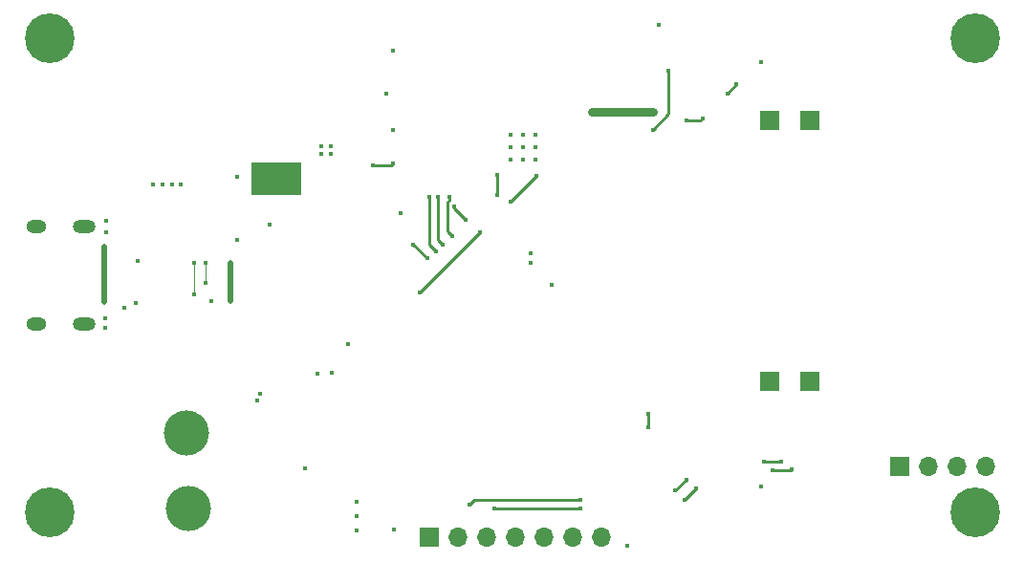
<source format=gbr>
%TF.GenerationSoftware,KiCad,Pcbnew,7.0.7*%
%TF.CreationDate,2024-06-24T12:24:59-07:00*%
%TF.ProjectId,Business Card PCB Hot Plate,42757369-6e65-4737-9320-436172642050,rev?*%
%TF.SameCoordinates,Original*%
%TF.FileFunction,Copper,L4,Bot*%
%TF.FilePolarity,Positive*%
%FSLAX46Y46*%
G04 Gerber Fmt 4.6, Leading zero omitted, Abs format (unit mm)*
G04 Created by KiCad (PCBNEW 7.0.7) date 2024-06-24 12:24:59*
%MOMM*%
%LPD*%
G01*
G04 APERTURE LIST*
%TA.AperFunction,ComponentPad*%
%ADD10R,1.700000X1.700000*%
%TD*%
%TA.AperFunction,ComponentPad*%
%ADD11O,1.700000X1.700000*%
%TD*%
%TA.AperFunction,ComponentPad*%
%ADD12C,0.700000*%
%TD*%
%TA.AperFunction,ComponentPad*%
%ADD13C,4.400000*%
%TD*%
%TA.AperFunction,ComponentPad*%
%ADD14C,4.000000*%
%TD*%
%TA.AperFunction,ComponentPad*%
%ADD15C,0.600000*%
%TD*%
%TA.AperFunction,SMDPad,CuDef*%
%ADD16R,4.500000X2.950000*%
%TD*%
%TA.AperFunction,ComponentPad*%
%ADD17O,2.000000X1.200000*%
%TD*%
%TA.AperFunction,ComponentPad*%
%ADD18O,1.800000X1.200000*%
%TD*%
%TA.AperFunction,ViaPad*%
%ADD19C,0.450000*%
%TD*%
%TA.AperFunction,Conductor*%
%ADD20C,0.500000*%
%TD*%
%TA.AperFunction,Conductor*%
%ADD21C,0.250000*%
%TD*%
%TA.AperFunction,Conductor*%
%ADD22C,0.800000*%
%TD*%
%TA.AperFunction,Conductor*%
%ADD23C,0.100000*%
%TD*%
G04 APERTURE END LIST*
D10*
%TO.P,J4,1,Pin_1*%
%TO.N,/Esp32-C3 Wroom 02/THERM 1*%
X103250000Y-45035328D03*
%TD*%
%TO.P,J7,1,Pin_1*%
%TO.N,GND*%
X106800000Y-68135328D03*
%TD*%
%TO.P,J10,1,Pin_1*%
%TO.N,/Esp32-C3 Wroom 02/SDA*%
X114750000Y-75685328D03*
D11*
%TO.P,J10,2,Pin_2*%
%TO.N,/Esp32-C3 Wroom 02/SCL*%
X117290000Y-75685328D03*
%TO.P,J10,3,Pin_3*%
%TO.N,+3.3V*%
X119830000Y-75685328D03*
%TO.P,J10,4,Pin_4*%
%TO.N,GND*%
X122370000Y-75685328D03*
%TD*%
D10*
%TO.P,J8,1,Pin_1*%
%TO.N,/Esp32-C3 Wroom 02/GPIO 7*%
X73080000Y-81935328D03*
D11*
%TO.P,J8,2,Pin_2*%
%TO.N,/Esp32-C3 Wroom 02/SDA*%
X75620000Y-81935328D03*
%TO.P,J8,3,Pin_3*%
%TO.N,/Esp32-C3 Wroom 02/SCL*%
X78160000Y-81935328D03*
%TO.P,J8,4,Pin_4*%
%TO.N,/Esp32-C3 Wroom 02/GPIO 4*%
X80700000Y-81935328D03*
%TO.P,J8,5,Pin_5*%
%TO.N,/Esp32-C3 Wroom 02/GPIO 10*%
X83240000Y-81935328D03*
%TO.P,J8,6,Pin_6*%
%TO.N,+3.3V*%
X85780000Y-81935328D03*
%TO.P,J8,7,Pin_7*%
%TO.N,GND*%
X88320000Y-81935328D03*
%TD*%
D12*
%TO.P,H4,1*%
%TO.N,N/C*%
X37800000Y-37735328D03*
X38283274Y-36568602D03*
X38283274Y-38902054D03*
X39450000Y-36085328D03*
D13*
X39450000Y-37735328D03*
D12*
X39450000Y-39385328D03*
X40616726Y-36568602D03*
X40616726Y-38902054D03*
X41100000Y-37735328D03*
%TD*%
%TO.P,H2,1*%
%TO.N,N/C*%
X119800000Y-37735328D03*
X120283274Y-36568602D03*
X120283274Y-38902054D03*
X121450000Y-36085328D03*
D13*
X121450000Y-37735328D03*
D12*
X121450000Y-39385328D03*
X122616726Y-36568602D03*
X122616726Y-38902054D03*
X123100000Y-37735328D03*
%TD*%
D14*
%TO.P,J3,1,Pin_1*%
%TO.N,/Heater Control/Trace Fet*%
X51800000Y-79435328D03*
%TD*%
D12*
%TO.P,H3,1*%
%TO.N,N/C*%
X37800000Y-79735328D03*
X38283274Y-78568602D03*
X38283274Y-80902054D03*
X39450000Y-78085328D03*
D13*
X39450000Y-79735328D03*
D12*
X39450000Y-81385328D03*
X40616726Y-78568602D03*
X40616726Y-80902054D03*
X41100000Y-79735328D03*
%TD*%
D15*
%TO.P,U3,9,GNDPAD*%
%TO.N,GND*%
X61400000Y-49635328D03*
X60200000Y-49635328D03*
X58900000Y-49635328D03*
X57800000Y-49635328D03*
D16*
X59600000Y-50235328D03*
D15*
X61400000Y-50835328D03*
X60200000Y-50835328D03*
X58900000Y-50835328D03*
X57800000Y-50835328D03*
%TD*%
D10*
%TO.P,J5,1,Pin_1*%
%TO.N,GND*%
X106800000Y-45035328D03*
%TD*%
D14*
%TO.P,J2,1,Pin_1*%
%TO.N,+20V*%
X51600000Y-72735328D03*
%TD*%
D12*
%TO.P,H1,1*%
%TO.N,N/C*%
X119800000Y-79735328D03*
X120283274Y-78568602D03*
X120283274Y-80902054D03*
X121450000Y-78085328D03*
D13*
X121450000Y-79735328D03*
D12*
X121450000Y-81385328D03*
X122616726Y-78568602D03*
X122616726Y-80902054D03*
X123100000Y-79735328D03*
%TD*%
D10*
%TO.P,J6,1,Pin_1*%
%TO.N,/Esp32-C3 Wroom 02/THERM 2*%
X103240000Y-68145328D03*
%TD*%
D17*
%TO.P,J1,S1,SHIELD*%
%TO.N,unconnected-(J1-SHIELD-PadS1)*%
X42506000Y-54410328D03*
D18*
X38326000Y-54410328D03*
D17*
X42506000Y-63060328D03*
D18*
X38326000Y-63060328D03*
%TD*%
D19*
%TO.N,VBUS*%
X44300000Y-56235328D03*
X44350000Y-61135328D03*
%TO.N,GND*%
X65900000Y-64835328D03*
X80310000Y-48525328D03*
X102500000Y-39835328D03*
X62100000Y-75835328D03*
X53780000Y-61055328D03*
X83900000Y-59635328D03*
X44500000Y-53935328D03*
X49500000Y-50735328D03*
X102500000Y-77435328D03*
X64465000Y-67400328D03*
X63200000Y-67435328D03*
X48600000Y-50735328D03*
X82100000Y-56835328D03*
X64400000Y-47335328D03*
X51100000Y-50735328D03*
X56100000Y-50035328D03*
X82100000Y-57635328D03*
X70525000Y-53210328D03*
X57900000Y-69835328D03*
X66685000Y-78850328D03*
X64400000Y-48035328D03*
X59000000Y-54235328D03*
X69900000Y-38835328D03*
X63500000Y-48035328D03*
X69900000Y-45835328D03*
X66700000Y-81390328D03*
X56100000Y-55635328D03*
X81400000Y-48525328D03*
X58100000Y-69235328D03*
X44400000Y-63435328D03*
X50300000Y-50735328D03*
X69300000Y-42635328D03*
X66700000Y-80120328D03*
X47100000Y-61235328D03*
X69952500Y-81282828D03*
X80310000Y-47425328D03*
X80310000Y-46325328D03*
X82510000Y-48525328D03*
X46100000Y-61635328D03*
X44400000Y-62535328D03*
X90600000Y-82735328D03*
X82510000Y-46325328D03*
X63500000Y-47335328D03*
X81400000Y-46325328D03*
X47300000Y-57435328D03*
X82510000Y-47425328D03*
X93400000Y-36535328D03*
X44500000Y-54935328D03*
X81400000Y-47425328D03*
%TO.N,+20V*%
X55525000Y-61035328D03*
X55500000Y-57635328D03*
%TO.N,+3.3V*%
X97300000Y-44835328D03*
X92900000Y-44235328D03*
X100300000Y-41835328D03*
X95900000Y-45035328D03*
X87500000Y-44235328D03*
X99500000Y-42635328D03*
%TO.N,/Esp32-C3 Wroom 02/GPIO 4*%
X75100000Y-55235328D03*
X74900000Y-51835328D03*
%TO.N,/Esp32-C3 Wroom 02/GPIO 7*%
X69900000Y-48835328D03*
X71700000Y-56035328D03*
X72900000Y-57235328D03*
X68100000Y-49035328D03*
%TO.N,/Esp32-C3 Wroom 02/SDA*%
X86500000Y-78635328D03*
X76700000Y-79035328D03*
X73700000Y-56635328D03*
X104300000Y-75235328D03*
X95900000Y-76835328D03*
X94900000Y-77835328D03*
X102700000Y-75235328D03*
X73100000Y-51835328D03*
%TO.N,/Esp32-C3 Wroom 02/SCL*%
X96700000Y-77635328D03*
X74300000Y-56035328D03*
X105200000Y-75935328D03*
X86500000Y-79435328D03*
X103500000Y-76035328D03*
X95700000Y-78635328D03*
X78900000Y-79435328D03*
X73900000Y-51835328D03*
%TO.N,/Esp32-C3 Wroom 02/HEATER DRIVE*%
X72300000Y-60235328D03*
X80300000Y-52235328D03*
X82600000Y-49935328D03*
X77600000Y-54935328D03*
%TO.N,/Esp32-C3 Wroom 02/Button 2*%
X94300000Y-40635328D03*
X92900000Y-45835328D03*
%TO.N,/Esp32-C3 Wroom 02/Button 1*%
X92500000Y-71035328D03*
X92500000Y-72235328D03*
%TO.N,Net-(U5-GPIO9)*%
X76300000Y-53835328D03*
X75300000Y-52635328D03*
%TO.N,/USB_PD/CC1*%
X52300000Y-57635328D03*
X52300000Y-60435328D03*
%TO.N,/USB_PD/SEL*%
X53300000Y-59435328D03*
X53300000Y-57635328D03*
%TO.N,/Esp32-C3 Wroom 02/EN*%
X79100000Y-49835328D03*
X79100000Y-51635328D03*
%TD*%
D20*
%TO.N,VBUS*%
X44300000Y-56235328D02*
X44300000Y-61085328D01*
X44300000Y-61085328D02*
X44350000Y-61135328D01*
%TO.N,+20V*%
X55525000Y-61035328D02*
X55500000Y-61010328D01*
X55500000Y-61010328D02*
X55500000Y-57635328D01*
D21*
%TO.N,+3.3V*%
X95900000Y-45035328D02*
X97100000Y-45035328D01*
D22*
X87500000Y-44235328D02*
X92900000Y-44235328D01*
D21*
X97100000Y-45035328D02*
X97300000Y-44835328D01*
X99500000Y-42635328D02*
X100300000Y-41835328D01*
%TO.N,/Esp32-C3 Wroom 02/GPIO 4*%
X74700000Y-54835328D02*
X74900000Y-55035328D01*
X74900000Y-55035328D02*
X75100000Y-55235328D01*
X74700000Y-52292865D02*
X74700000Y-54835328D01*
X74900000Y-52092865D02*
X74700000Y-52292865D01*
X74900000Y-51835328D02*
X74900000Y-52092865D01*
%TO.N,/Esp32-C3 Wroom 02/GPIO 7*%
X72900000Y-57235328D02*
X71700000Y-56035328D01*
X68100000Y-49035328D02*
X69700000Y-49035328D01*
X69700000Y-49035328D02*
X69900000Y-48835328D01*
%TO.N,/Esp32-C3 Wroom 02/SDA*%
X73700000Y-56635328D02*
X73100000Y-56035328D01*
X76700000Y-79035328D02*
X77100000Y-78635328D01*
X94900000Y-77835328D02*
X95900000Y-76835328D01*
X102700000Y-75235328D02*
X104300000Y-75235328D01*
X73100000Y-56035328D02*
X73100000Y-51835328D01*
X77100000Y-78635328D02*
X86500000Y-78635328D01*
%TO.N,/Esp32-C3 Wroom 02/SCL*%
X73900000Y-55635328D02*
X73900000Y-51835328D01*
X105200000Y-75935328D02*
X105100000Y-76035328D01*
X95700000Y-78635328D02*
X96700000Y-77635328D01*
X74300000Y-56035328D02*
X73900000Y-55635328D01*
X105100000Y-76035328D02*
X103500000Y-76035328D01*
X78900000Y-79435328D02*
X86500000Y-79435328D01*
%TO.N,/Esp32-C3 Wroom 02/HEATER DRIVE*%
X80400000Y-52135328D02*
X82600000Y-49935328D01*
X72300000Y-60235328D02*
X77600000Y-54935328D01*
%TO.N,/Esp32-C3 Wroom 02/Button 2*%
X92900000Y-45835328D02*
X94300000Y-44435328D01*
X94300000Y-44435328D02*
X94300000Y-40635328D01*
%TO.N,/Esp32-C3 Wroom 02/Button 1*%
X92500000Y-71035328D02*
X92500000Y-72235328D01*
%TO.N,Net-(U5-GPIO9)*%
X76300000Y-53835328D02*
X75300000Y-52835328D01*
X75300000Y-52835328D02*
X75300000Y-52635328D01*
D23*
%TO.N,/USB_PD/CC1*%
X52300000Y-57635328D02*
X52300000Y-60235328D01*
%TO.N,/USB_PD/SEL*%
X53300000Y-57835328D02*
X53300000Y-59435328D01*
D21*
%TO.N,/Esp32-C3 Wroom 02/EN*%
X79100000Y-49835328D02*
X79100000Y-51635328D01*
%TD*%
M02*

</source>
